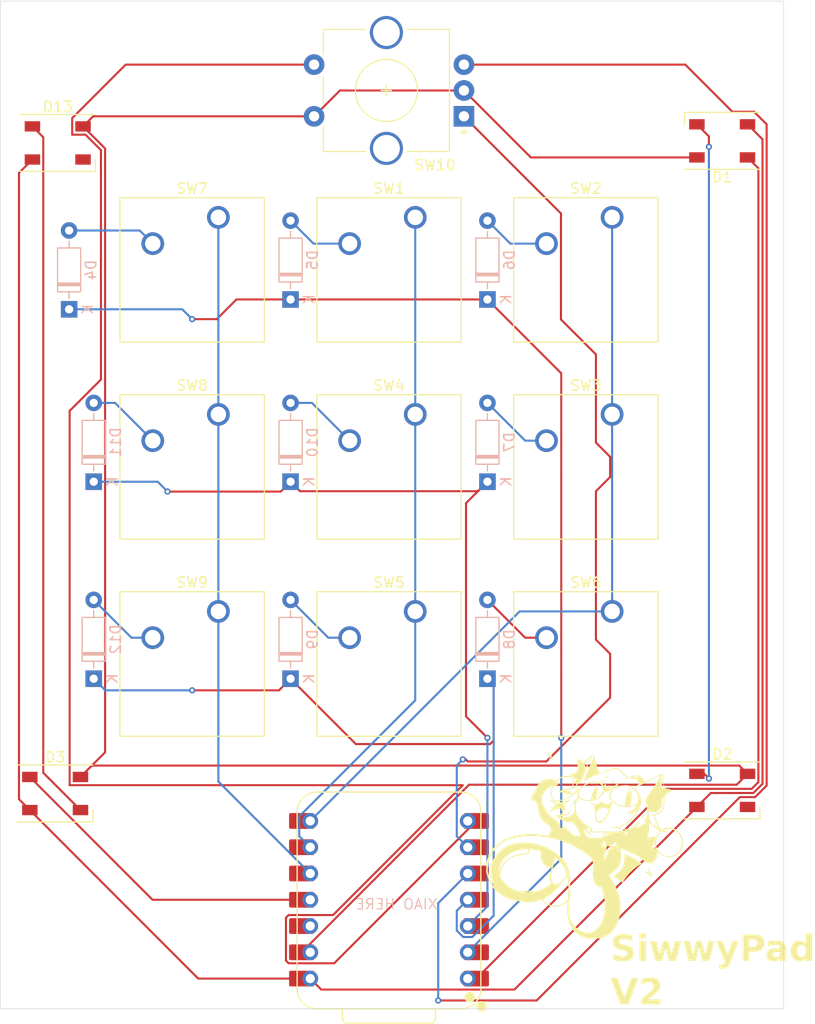
<source format=kicad_pcb>
(kicad_pcb (version 20240108) (generator "pcbnew") (generator_version "8.0")
  (layers (0 "F.Cu" signal) (31 "B.Cu" signal) (34 "B.Paste" user) (35 "F.Paste" user) (36 "B.SilkS" user "B.Silkscreen") (37 "F.SilkS" user "F.Silkscreen") (38 "B.Mask" user) (39 "F.Mask" user) (44 "Edge.Cuts" user))
  (net 0 "")
  (net 1 "Net-(D1-VDD)")
  (net 2 "GND")
  (net 3 "+5V")
  (net 4 "Net-(D1-VSS)")
  (net 5 "Net-(U1-GPIO2{slash}SCK)")
  (net 6 "Net-(U1-GPIO4{slash}MISO)")
  (net 7 "Net-(U1-GPIO1{slash}RX)")
  (net 8 "Net-(D13-VDD)")
  (net 10 "Net-(D5-A)")
  (net 11 "Net-(D6-A)")
  (net 12 "Net-(D7-A)")
  (net 13 "Net-(D10-A)")
  (net 14 "Net-(D9-A)")
  (net 15 "Net-(D8-A)")
  (net 16 "Net-(D10-K)")
  (net 17 "Net-(D12-K)")
  (net 18 "Net-(D4-K)")
  (net 19 "Net-(D4-A)")
  (net 20 "Net-(D11-A)")
  (net 21 "Net-(D12-A)")
  (net 22 "Net-(U1-GPIO0{slash}TX)")
  (net 24 "Net-(U1-GPIO7{slash}SCL)")
  (net 25 "Net-(U1-GPIO6{slash}SDA)")
  (net 27 "Net-(D3-VDD)")
  (footprint "Button_Switch_Keyboard:SW_Cherry_MX_1.00u_PCB" (layer "F.Cu") (at 166.84625 109.22)
    (property "Reference" "SW6" (at -2.54 -2.794 0) (layer "F.SilkS"))
    (property "Value" "SW_Push")
    (pad "" np_thru_hole circle (at -7.62 5.08) (size 1.7 1.7) (drill 1.7) (layers "*.Cu" "*.Mask"))
    (pad "" np_thru_hole circle (at -2.54 5.08) (size 4 4) (drill 4) (layers "*.Cu" "*.Mask"))
    (pad "" np_thru_hole circle (at 2.54 5.08) (size 1.7 1.7) (drill 1.7) (layers "*.Cu" "*.Mask"))
    (pad "1" thru_hole circle (at 0 0) (size 2.2 2.2) (drill 1.5) (layers "*.Cu" "*.Mask") (net 7 "Net-(U1-GPIO1{slash}RX)"))
    (pad "2" thru_hole circle (at -6.35 2.54) (size 2.2 2.2) (drill 1.5) (layers "*.Cu" "*.Mask") (net 15 "Net-(D8-A)"))
  )
  (footprint "LOGO" (layer "F.Cu") (at 164.30625 130.96875)
    (property "Reference" "G***" (hide yes))
    (property "Value" "LOGO" (hide yes))
  )
  (footprint "Button_Switch_Keyboard:SW_Cherry_MX_1.00u_PCB" (layer "F.Cu") (at 128.74625 71.12)
    (property "Reference" "SW7" (at -2.54 -2.794 0) (layer "F.SilkS"))
    (property "Value" "SW_Push")
    (pad "" np_thru_hole circle (at -7.62 5.08) (size 1.7 1.7) (drill 1.7) (layers "*.Cu" "*.Mask"))
    (pad "" np_thru_hole circle (at -2.54 5.08) (size 4 4) (drill 4) (layers "*.Cu" "*.Mask"))
    (pad "" np_thru_hole circle (at 2.54 5.08) (size 1.7 1.7) (drill 1.7) (layers "*.Cu" "*.Mask"))
    (pad "1" thru_hole circle (at 0 0) (size 2.2 2.2) (drill 1.5) (layers "*.Cu" "*.Mask") (net 6 "Net-(U1-GPIO4{slash}MISO)"))
    (pad "2" thru_hole circle (at -6.35 2.54) (size 2.2 2.2) (drill 1.5) (layers "*.Cu" "*.Mask") (net 19 "Net-(D4-A)"))
  )
  (footprint "Button_Switch_Keyboard:SW_Cherry_MX_1.00u_PCB" (layer "F.Cu") (at 166.84625 90.17)
    (property "Reference" "SW3" (at -2.54 -2.794 0) (layer "F.SilkS"))
    (property "Value" "SW_Push")
    (pad "" np_thru_hole circle (at -7.62 5.08) (size 1.7 1.7) (drill 1.7) (layers "*.Cu" "*.Mask"))
    (pad "" np_thru_hole circle (at -2.54 5.08) (size 4 4) (drill 4) (layers "*.Cu" "*.Mask"))
    (pad "" np_thru_hole circle (at 2.54 5.08) (size 1.7 1.7) (drill 1.7) (layers "*.Cu" "*.Mask"))
    (pad "1" thru_hole circle (at 0 0) (size 2.2 2.2) (drill 1.5) (layers "*.Cu" "*.Mask") (net 7 "Net-(U1-GPIO1{slash}RX)"))
    (pad "2" thru_hole circle (at -6.35 2.54) (size 2.2 2.2) (drill 1.5) (layers "*.Cu" "*.Mask") (net 12 "Net-(D7-A)"))
  )
  (footprint "Button_Switch_Keyboard:SW_Cherry_MX_1.00u_PCB" (layer "F.Cu") (at 128.74625 90.17)
    (property "Reference" "SW8" (at -2.54 -2.794 0) (layer "F.SilkS"))
    (property "Value" "SW_Push")
    (pad "" np_thru_hole circle (at -7.62 5.08) (size 1.7 1.7) (drill 1.7) (layers "*.Cu" "*.Mask"))
    (pad "" np_thru_hole circle (at -2.54 5.08) (size 4 4) (drill 4) (layers "*.Cu" "*.Mask"))
    (pad "" np_thru_hole circle (at 2.54 5.08) (size 1.7 1.7) (drill 1.7) (layers "*.Cu" "*.Mask"))
    (pad "1" thru_hole circle (at 0 0) (size 2.2 2.2) (drill 1.5) (layers "*.Cu" "*.Mask") (net 6 "Net-(U1-GPIO4{slash}MISO)"))
    (pad "2" thru_hole circle (at -6.35 2.54) (size 2.2 2.2) (drill 1.5) (layers "*.Cu" "*.Mask") (net 20 "Net-(D11-A)"))
  )
  (footprint "Button_Switch_Keyboard:SW_Cherry_MX_1.00u_PCB" (layer "F.Cu") (at 166.84625 71.12)
    (property "Reference" "SW2" (at -2.54 -2.794 0) (layer "F.SilkS"))
    (property "Value" "SW_Push")
    (pad "" np_thru_hole circle (at -7.62 5.08) (size 1.7 1.7) (drill 1.7) (layers "*.Cu" "*.Mask"))
    (pad "" np_thru_hole circle (at -2.54 5.08) (size 4 4) (drill 4) (layers "*.Cu" "*.Mask"))
    (pad "" np_thru_hole circle (at 2.54 5.08) (size 1.7 1.7) (drill 1.7) (layers "*.Cu" "*.Mask"))
    (pad "1" thru_hole circle (at 0 0) (size 2.2 2.2) (drill 1.5) (layers "*.Cu" "*.Mask") (net 7 "Net-(U1-GPIO1{slash}RX)"))
    (pad "2" thru_hole circle (at -6.35 2.54) (size 2.2 2.2) (drill 1.5) (layers "*.Cu" "*.Mask") (net 11 "Net-(D6-A)"))
  )
  (footprint "Button_Switch_Keyboard:SW_Cherry_MX_1.00u_PCB" (layer "F.Cu") (at 128.74625 109.22)
    (property "Reference" "SW9" (at -2.54 -2.794 0) (layer "F.SilkS"))
    (property "Value" "SW_Push")
    (pad "" np_thru_hole circle (at -7.62 5.08) (size 1.7 1.7) (drill 1.7) (layers "*.Cu" "*.Mask"))
    (pad "" np_thru_hole circle (at -2.54 5.08) (size 4 4) (drill 4) (layers "*.Cu" "*.Mask"))
    (pad "" np_thru_hole circle (at 2.54 5.08) (size 1.7 1.7) (drill 1.7) (layers "*.Cu" "*.Mask"))
    (pad "1" thru_hole circle (at 0 0) (size 2.2 2.2) (drill 1.5) (layers "*.Cu" "*.Mask") (net 6 "Net-(U1-GPIO4{slash}MISO)"))
    (pad "2" thru_hole circle (at -6.35 2.54) (size 2.2 2.2) (drill 1.5) (layers "*.Cu" "*.Mask") (net 21 "Net-(D12-A)"))
  )
  (footprint "LED_SMD:LED_SK6812_PLCC4_5.0x5.0mm_P3.2mm" (layer "F.Cu") (at 177.5 63.725 180)
    (property "Reference" "D1" (at 0 -3.5 0) (layer "F.SilkS"))
    (property "Value" "SK6812" (hide yes))
    (pad "1" smd rect (at 2.45 1.6 180) (size 1.5 1) (layers "F.Cu" "F.Paste" "F.Mask") (net 4 "Net-(D1-VSS)"))
    (pad "2" smd rect (at 2.45 -1.6 180) (size 1.5 1) (layers "F.Cu" "F.Paste" "F.Mask") (net 2 "GND"))
    (pad "3" smd rect (at -2.45 -1.6 180) (size 1.5 1) (layers "F.Cu" "F.Paste" "F.Mask") (net 1 "Net-(D1-VDD)"))
    (pad "4" smd rect (at -2.45 1.6 180) (size 1.5 1) (layers "F.Cu" "F.Paste" "F.Mask") (net 3 "+5V"))
  )
  (footprint "Button_Switch_Keyboard:SW_Cherry_MX_1.00u_PCB" (layer "F.Cu") (at 147.79625 71.12)
    (property "Reference" "SW1" (at -2.54 -2.794 0) (layer "F.SilkS"))
    (property "Value" "SW_Push")
    (pad "" np_thru_hole circle (at -7.62 5.08) (size 1.7 1.7) (drill 1.7) (layers "*.Cu" "*.Mask"))
    (pad "" np_thru_hole circle (at -2.54 5.08) (size 4 4) (drill 4) (layers "*.Cu" "*.Mask"))
    (pad "" np_thru_hole circle (at 2.54 5.08) (size 1.7 1.7) (drill 1.7) (layers "*.Cu" "*.Mask"))
    (pad "1" thru_hole circle (at 0 0) (size 2.2 2.2) (drill 1.5) (layers "*.Cu" "*.Mask") (net 5 "Net-(U1-GPIO2{slash}SCK)"))
    (pad "2" thru_hole circle (at -6.35 2.54) (size 2.2 2.2) (drill 1.5) (layers "*.Cu" "*.Mask") (net 10 "Net-(D5-A)"))
  )
  (footprint "LED_SMD:LED_SK6812_PLCC4_5.0x5.0mm_P3.2mm" (layer "F.Cu") (at 112.95 126.825)
    (property "Reference" "D3" (at 0 -3.5 0) (layer "F.SilkS"))
    (property "Value" "SK6812")
    (pad "1" smd rect (at 2.45 1.6) (size 1.5 1) (layers "F.Cu" "F.Paste" "F.Mask") (net 8 "Net-(D13-VDD)"))
    (pad "2" smd rect (at 2.45 -1.6) (size 1.5 1) (layers "F.Cu" "F.Paste" "F.Mask") (net 2 "GND"))
    (pad "3" smd rect (at -2.45 -1.6) (size 1.5 1) (layers "F.Cu" "F.Paste" "F.Mask") (net 27 "Net-(D3-VDD)"))
    (pad "4" smd rect (at -2.45 1.6) (size 1.5 1) (layers "F.Cu" "F.Paste" "F.Mask") (net 3 "+5V"))
  )
  (footprint "Seeed Studio XIAO Series Library:XIAO-RP2040-DIP" (layer "F.Cu") (at 145.25625 137.1 180)
    (property "Reference" "U1" (hide yes))
    (property "Value" "XIAO-RP2040-DIP")
    (pad "1" smd roundrect (at -8.455 -7.62) (size 2.432 1.524) (layers "F.Cu" "F.Mask") (roundrect_rratio 0.1) (net 1 "Net-(D1-VDD)"))
    (pad "1" thru_hole circle (at -7.62 -7.62) (size 1.524 1.524) (drill 0.889) (layers "*.Cu" "*.Mask") (net 1 "Net-(D1-VDD)"))
    (pad "2" smd roundrect (at -8.455 -5.08) (size 2.432 1.524) (layers "F.Cu" "F.Mask") (roundrect_rratio 0.1) (net 18 "Net-(D4-K)"))
    (pad "2" thru_hole circle (at -7.62 -5.08) (size 1.524 1.524) (drill 0.889) (layers "*.Cu" "*.Mask") (net 18 "Net-(D4-K)"))
    (pad "3" smd roundrect (at -8.455 -2.54) (size 2.432 1.524) (layers "F.Cu" "F.Mask") (roundrect_rratio 0.1) (net 16 "Net-(D10-K)"))
    (pad "3" thru_hole circle (at -7.62 -2.54) (size 1.524 1.524) (drill 0.889) (layers "*.Cu" "*.Mask") (net 16 "Net-(D10-K)"))
    (pad "4" smd roundrect (at -8.455 0) (size 2.432 1.524) (layers "F.Cu" "F.Mask") (roundrect_rratio 0.1) (net 17 "Net-(D12-K)"))
    (pad "4" thru_hole circle (at -7.62 0) (size 1.524 1.524) (drill 0.889) (layers "*.Cu" "*.Mask") (net 17 "Net-(D12-K)"))
    (pad "5" smd roundrect (at -8.455 2.54) (size 2.432 1.524) (layers "F.Cu" "F.Mask") (roundrect_rratio 0.1) (net 25 "Net-(U1-GPIO6{slash}SDA)"))
    (pad "5" thru_hole circle (at -7.62 2.54) (size 1.524 1.524) (drill 0.889) (layers "*.Cu" "*.Mask") (net 25 "Net-(U1-GPIO6{slash}SDA)"))
    (pad "6" smd roundrect (at -8.455 5.08) (size 2.432 1.524) (layers "F.Cu" "F.Mask") (roundrect_rratio 0.1) (net 24 "Net-(U1-GPIO7{slash}SCL)"))
    (pad "6" thru_hole circle (at -7.62 5.08) (size 1.524 1.524) (drill 0.889) (layers "*.Cu" "*.Mask") (net 24 "Net-(U1-GPIO7{slash}SCL)"))
    (pad "7" smd roundrect (at -8.455 7.62) (size 2.432 1.524) (layers "F.Cu" "F.Mask") (roundrect_rratio 0.1) (net 22 "Net-(U1-GPIO0{slash}TX)"))
    (pad "7" thru_hole circle (at -7.62 7.62) (size 1.524 1.524) (drill 0.889) (layers "*.Cu" "*.Mask") (net 22 "Net-(U1-GPIO0{slash}TX)"))
    (pad "8" thru_hole circle (at 7.62 7.62 180) (size 1.524 1.524) (drill 0.889) (layers "*.Cu" "*.Mask") (net 7 "Net-(U1-GPIO1{slash}RX)"))
    (pad "8" smd roundrect (at 8.455 7.62 180) (size 2.432 1.524) (layers "F.Cu" "F.Mask") (roundrect_rratio 0.1) (net 7 "Net-(U1-GPIO1{slash}RX)"))
    (pad "9" thru_hole circle (at 7.62 5.08 180) (size 1.524 1.524) (drill 0.889) (layers "*.Cu" "*.Mask") (net 5 "Net-(U1-GPIO2{slash}SCK)"))
    (pad "9" smd roundrect (at 8.455 5.08 180) (size 2.432 1.524) (layers "F.Cu" "F.Mask") (roundrect_rratio 0.1) (net 5 "Net-(U1-GPIO2{slash}SCK)"))
    (pad "10" thru_hole circle (at 7.62 2.54 180) (size 1.524 1.524) (drill 0.889) (layers "*.Cu" "*.Mask") (net 6 "Net-(U1-GPIO4{slash}MISO)"))
    (pad "10" smd roundrect (at 8.455 2.54 180) (size 2.432 1.524) (layers "F.Cu" "F.Mask") (roundrect_rratio 0.1) (net 6 "Net-(U1-GPIO4{slash}MISO)"))
    (pad "11" thru_hole circle (at 7.62 0 180) (size 1.524 1.524) (drill 0.889) (layers "*.Cu" "*.Mask") (net 27 "Net-(D3-VDD)"))
    (pad "11" smd roundrect (at 8.455 0 180) (size 2.432 1.524) (layers "F.Cu" "F.Mask") (roundrect_rratio 0.1) (net 27 "Net-(D3-VDD)"))
    (pad "12" thru_hole circle (at 7.62 -2.54 180) (size 1.524 1.524) (drill 0.889) (layers "*.Cu" "*.Mask"))
    (pad "12" smd roundrect (at 8.455 -2.54 180) (size 2.432 1.524) (layers "F.Cu" "F.Mask") (roundrect_rratio 0.1))
    (pad "13" thru_hole circle (at 7.62 -5.08 180) (size 1.524 1.524) (drill 0.889) (layers "*.Cu" "*.Mask") (net 2 "GND"))
    (pad "13" smd roundrect (at 8.455 -5.08 180) (size 2.432 1.524) (layers "F.Cu" "F.Mask") (roundrect_rratio 0.1) (net 2 "GND"))
    (pad "14" thru_hole circle (at 7.62 -7.62 180) (size 1.524 1.524) (drill 0.889) (layers "*.Cu" "*.Mask") (net 3 "+5V"))
    (pad "14" smd roundrect (at 8.455 -7.62 180) (size 2.432 1.524) (layers "F.Cu" "F.Mask") (roundrect_rratio 0.1) (net 3 "+5V"))
  )
  (footprint "Button_Switch_Keyboard:SW_Cherry_MX_1.00u_PCB" (layer "F.Cu") (at 147.79625 90.17)
    (property "Reference" "SW4" (at -2.54 -2.794 0) (layer "F.SilkS"))
    (property "Value" "SW_Push")
    (pad "" np_thru_hole circle (at -7.62 5.08) (size 1.7 1.7) (drill 1.7) (layers "*.Cu" "*.Mask"))
    (pad "" np_thru_hole circle (at -2.54 5.08) (size 4 4) (drill 4) (layers "*.Cu" "*.Mask"))
    (pad "" np_thru_hole circle (at 2.54 5.08) (size 1.7 1.7) (drill 1.7) (layers "*.Cu" "*.Mask"))
    (pad "1" thru_hole circle (at 0 0) (size 2.2 2.2) (drill 1.5) (layers "*.Cu" "*.Mask") (net 5 "Net-(U1-GPIO2{slash}SCK)"))
    (pad "2" thru_hole circle (at -6.35 2.54) (size 2.2 2.2) (drill 1.5) (layers "*.Cu" "*.Mask") (net 13 "Net-(D10-A)"))
  )
  (footprint "LED_SMD:LED_SK6812_PLCC4_5.0x5.0mm_P3.2mm" (layer "F.Cu") (at 177.5 126.525)
    (property "Reference" "D2" (at 0 -3.5 0) (layer "F.SilkS"))
    (property "Value" "SK6812")
    (pad "1" smd rect (at 2.45 1.6) (size 1.5 1) (layers "F.Cu" "F.Paste" "F.Mask"))
    (pad "2" smd rect (at 2.45 -1.6) (size 1.5 1) (layers "F.Cu" "F.Paste" "F.Mask") (net 2 "GND"))
    (pad "3" smd rect (at -2.45 -1.6) (size 1.5 1) (layers "F.Cu" "F.Paste" "F.Mask") (net 4 "Net-(D1-VSS)"))
    (pad "4" smd rect (at -2.45 1.6) (size 1.5 1) (layers "F.Cu" "F.Paste" "F.Mask") (net 3 "+5V"))
  )
  (footprint "Rotary_Encoder:RotaryEncoder_Alps_EC11E-Switch_Vertical_H20mm_CircularMountingHoles" (layer "F.Cu") (at 152.50625 61.352354 180)
    (property "Reference" "SW10" (at 2.8 -4.7 0) (layer "F.SilkS"))
    (property "Value" "RotaryEncoder_Switch")
    (pad "A" thru_hole rect (at 0 0 180) (size 2 2) (drill 1) (layers "*.Cu" "*.Mask") (net 24 "Net-(U1-GPIO7{slash}SCL)"))
    (pad "B" thru_hole circle (at 0 5 180) (size 2 2) (drill 1) (layers "*.Cu" "*.Mask") (net 25 "Net-(U1-GPIO6{slash}SDA)"))
    (pad "C" thru_hole circle (at 0 2.5 180) (size 2 2) (drill 1) (layers "*.Cu" "*.Mask") (net 2 "GND"))
    (pad "MP" thru_hole circle (at 7.5 -3.1 180) (size 3.2 3.2) (drill 2.6) (layers "*.Cu" "*.Mask"))
    (pad "MP" thru_hole circle (at 7.5 8.1 180) (size 3.2 3.2) (drill 2.6) (layers "*.Cu" "*.Mask"))
    (pad "S1" thru_hole circle (at 14.5 5 180) (size 2 2) (drill 1) (layers "*.Cu" "*.Mask") (net 22 "Net-(U1-GPIO0{slash}TX)"))
    (pad "S2" thru_hole circle (at 14.5 0 180) (size 2 2) (drill 1) (layers "*.Cu" "*.Mask") (net 2 "GND"))
  )
  (footprint "LED_SMD:LED_SK6812_PLCC4_5.0x5.0mm_P3.2mm" (layer "F.Cu") (at 113.2 63.925)
    (property "Reference" "D13" (at 0 -3.5 0) (layer "F.SilkS"))
    (property "Value" "SK6812")
    (pad "1" smd rect (at 2.45 1.6) (size 1.5 1) (layers "F.Cu" "F.Paste" "F.Mask"))
    (pad "2" smd rect (at 2.45 -1.6) (size 1.5 1) (layers "F.Cu" "F.Paste" "F.Mask") (net 2 "GND"))
    (pad "3" smd rect (at -2.45 -1.6) (size 1.5 1) (layers "F.Cu" "F.Paste" "F.Mask") (net 8 "Net-(D13-VDD)"))
    (pad "4" smd rect (at -2.45 1.6) (size 1.5 1) (layers "F.Cu" "F.Paste" "F.Mask") (net 3 "+5V"))
  )
  (footprint "Button_Switch_Keyboard:SW_Cherry_MX_1.00u_PCB" (layer "F.Cu") (at 147.79625 109.22)
    (property "Reference" "SW5" (at -2.54 -2.794 0) (layer "F.SilkS"))
    (property "Value" "SW_Push")
    (pad "" np_thru_hole circle (at -7.62 5.08) (size 1.7 1.7) (drill 1.7) (layers "*.Cu" "*.Mask"))
    (pad "" np_thru_hole circle (at -2.54 5.08) (size 4 4) (drill 4) (layers "*.Cu" "*.Mask"))
    (pad "" np_thru_hole circle (at 2.54 5.08) (size 1.7 1.7) (drill 1.7) (layers "*.Cu" "*.Mask"))
    (pad "1" thru_hole circle (at 0 0) (size 2.2 2.2) (drill 1.5) (layers "*.Cu" "*.Mask") (net 5 "Net-(U1-GPIO2{slash}SCK)"))
    (pad "2" thru_hole circle (at -6.35 2.54) (size 2.2 2.2) (drill 1.5) (layers "*.Cu" "*.Mask") (net 14 "Net-(D9-A)"))
  )
  (footprint "Diode_THT:D_DO-35_SOD27_P7.62mm_Horizontal" (layer "B.Cu") (at 154.78125 79.0575 90)
    (property "Reference" "D6" (at 3.81 2.12 90) (layer "B.SilkS") (effects (justify mirror)))
    (property "Value" "D")
    (fp_text user "K" (at 0 1.8 90) (layer "B.SilkS") (effects (justify mirror)))
    (pad "1" thru_hole rect (at 0 0 90) (size 1.6 1.6) (drill 0.8) (layers "*.Cu" "*.Mask") (net 18 "Net-(D4-K)"))
    (pad "2" thru_hole oval (at 7.62 0 90) (size 1.6 1.6) (drill 0.8) (layers "*.Cu" "*.Mask") (net 11 "Net-(D6-A)"))
  )
  (footprint "Diode_THT:D_DO-35_SOD27_P7.62mm_Horizontal" (layer "B.Cu") (at 116.68125 96.67875 90)
    (property "Reference" "D11" (at 3.81 2.12 90) (layer "B.SilkS") (effects (justify mirror)))
    (property "Value" "D")
    (fp_text user "K" (at 0 1.8 90) (layer "B.SilkS") (effects (justify mirror)))
    (pad "1" thru_hole rect (at 0 0 90) (size 1.6 1.6) (drill 0.8) (layers "*.Cu" "*.Mask") (net 16 "Net-(D10-K)"))
    (pad "2" thru_hole oval (at 7.62 0 90) (size 1.6 1.6) (drill 0.8) (layers "*.Cu" "*.Mask") (net 20 "Net-(D11-A)"))
  )
  (footprint "Diode_THT:D_DO-35_SOD27_P7.62mm_Horizontal" (layer "B.Cu") (at 135.73125 79.0575 90)
    (property "Reference" "D5" (at 3.81 2.12 90) (layer "B.SilkS") (effects (justify mirror)))
    (property "Value" "D")
    (fp_text user "K" (at 0 1.8 90) (layer "B.SilkS") (effects (justify mirror)))
    (pad "1" thru_hole rect (at 0 0 90) (size 1.6 1.6) (drill 0.8) (layers "*.Cu" "*.Mask") (net 18 "Net-(D4-K)"))
    (pad "2" thru_hole oval (at 7.62 0 90) (size 1.6 1.6) (drill 0.8) (layers "*.Cu" "*.Mask") (net 10 "Net-(D5-A)"))
  )
  (footprint "Diode_THT:D_DO-35_SOD27_P7.62mm_Horizontal" (layer "B.Cu") (at 135.73125 96.67875 90)
    (property "Reference" "D10" (at 3.81 2.12 90) (layer "B.SilkS") (effects (justify mirror)))
    (property "Value" "D")
    (fp_text user "K" (at 0 1.8 90) (layer "B.SilkS") (effects (justify mirror)))
    (pad "1" thru_hole rect (at 0 0 90) (size 1.6 1.6) (drill 0.8) (layers "*.Cu" "*.Mask") (net 16 "Net-(D10-K)"))
    (pad "2" thru_hole oval (at 7.62 0 90) (size 1.6 1.6) (drill 0.8) (layers "*.Cu" "*.Mask") (net 13 "Net-(D10-A)"))
  )
  (footprint "Diode_THT:D_DO-35_SOD27_P7.62mm_Horizontal" (layer "B.Cu") (at 135.73125 115.72875 90)
    (property "Reference" "D9" (at 3.81 2.12 90) (layer "B.SilkS") (effects (justify mirror)))
    (property "Value" "D")
    (fp_text user "K" (at 0 1.8 90) (layer "B.SilkS") (effects (justify mirror)))
    (pad "1" thru_hole rect (at 0 0 90) (size 1.6 1.6) (drill 0.8) (layers "*.Cu" "*.Mask") (net 17 "Net-(D12-K)"))
    (pad "2" thru_hole oval (at 7.62 0 90) (size 1.6 1.6) (drill 0.8) (layers "*.Cu" "*.Mask") (net 14 "Net-(D9-A)"))
  )
  (footprint "Diode_THT:D_DO-35_SOD27_P7.62mm_Horizontal" (layer "B.Cu") (at 114.3 80.01 90)
    (property "Reference" "D4" (at 3.81 2.12 90) (layer "B.SilkS") (effects (justify mirror)))
    (property "Value" "D")
    (fp_text user "K" (at 0 1.8 90) (layer "B.SilkS") (effects (justify mirror)))
    (pad "1" thru_hole rect (at 0 0 90) (size 1.6 1.6) (drill 0.8) (layers "*.Cu" "*.Mask") (net 18 "Net-(D4-K)"))
    (pad "2" thru_hole oval (at 7.62 0 90) (size 1.6 1.6) (drill 0.8) (layers "*.Cu" "*.Mask") (net 19 "Net-(D4-A)"))
  )
  (footprint "Diode_THT:D_DO-35_SOD27_P7.62mm_Horizontal" (layer "B.Cu") (at 154.78125 96.67875 90)
    (property "Reference" "D7" (at 3.81 2.12 90) (layer "B.SilkS") (effects (justify mirror)))
    (property "Value" "D")
    (fp_text user "K" (at 0 1.8 90) (layer "B.SilkS") (effects (justify mirror)))
    (pad "1" thru_hole rect (at 0 0 90) (size 1.6 1.6) (drill 0.8) (layers "*.Cu" "*.Mask") (net 16 "Net-(D10-K)"))
    (pad "2" thru_hole oval (at 7.62 0 90) (size 1.6 1.6) (drill 0.8) (layers "*.Cu" "*.Mask") (net 12 "Net-(D7-A)"))
  )
  (footprint "Diode_THT:D_DO-35_SOD27_P7.62mm_Horizontal" (layer "B.Cu") (at 116.68125 115.72875 90)
    (property "Reference" "D12" (at 3.81 2.12 90) (layer "B.SilkS") (effects (justify mirror)))
    (property "Value" "D")
    (fp_text user "K" (at 0 1.8 90) (layer "B.SilkS") (effects (justify mirror)))
    (pad "1" thru_hole rect (at 0 0 90) (size 1.6 1.6) (drill 0.8) (layers "*.Cu" "*.Mask") (net 17 "Net-(D12-K)"))
    (pad "2" thru_hole oval (at 7.62 0 90) (size 1.6 1.6) (drill 0.8) (layers "*.Cu" "*.Mask") (net 21 "Net-(D12-A)"))
  )
  (footprint "Diode_THT:D_DO-35_SOD27_P7.62mm_Horizontal" (layer "B.Cu") (at 154.78125 115.72875 90)
    (property "Reference" "D8" (at 3.81 2.12 90) (layer "B.SilkS") (effects (justify mirror)))
    (property "Value" "D")
    (fp_text user "K" (at 0 1.8 90) (layer "B.SilkS") (effects (justify mirror)))
    (pad "1" thru_hole rect (at 0 0 90) (size 1.6 1.6) (drill 0.8) (layers "*.Cu" "*.Mask") (net 17 "Net-(D12-K)"))
    (pad "2" thru_hole oval (at 7.62 0 90) (size 1.6 1.6) (drill 0.8) (layers "*.Cu" "*.Mask") (net 15 "Net-(D8-A)"))
  )
  (gr_rect (start 107.6375 50.2125) (end 183.440622 147.6375) (stroke (width 0.05)) (fill none) (layer "Edge.Cuts"))
  (gr_text "XIAO HERE\n" (at 150.01875 138.1125 0) (layer "B.SilkS") (effects (font (size 1 1) (thickness 0.1)) (justify left bottom mirror)))
  (gr_text "SiwwyPad\nV2\n" (at 166.6875 147.6375 0) (layer "F.SilkS") (effects (font (size 2.5 2.5) (thickness 0.2) (bold yes)) (justify left bottom)))
  (segment (start 172.05625 126.375) (end 153.71125 144.72) (width 0.2) (layer "F.Cu") (net 1))
  (segment (start 181 66.375) (end 181 125.725) (width 0.2) (layer "F.Cu") (net 1))
  (segment (start 181 125.725) (end 180.35 126.375) (width 0.2) (layer "F.Cu") (net 1))
  (segment (start 180.35 126.375) (end 172.05625 126.375) (width 0.2) (layer "F.Cu") (net 1))
  (segment (start 153.71125 144.72) (end 152.87625 144.72) (width 0.2) (layer "F.Cu") (net 1))
  (segment (start 179.95 65.325) (end 181 66.375) (width 0.2) (layer "F.Cu") (net 1))
  (segment (start 115.4 125.225) (end 116.5 124.125) (width 0.2) (layer "F.Cu") (net 2))
  (segment (start 179.15 124.125) (end 179.95 124.925) (width 0.2) (layer "F.Cu") (net 2))
  (segment (start 179.95 124.925) (end 178.9 125.975) (width 0.2) (layer "F.Cu") (net 2))
  (segment (start 115.65 62.325) (end 117.78125 64.45625) (width 0.2) (layer "F.Cu") (net 2))
  (segment (start 152.50625 58.852354) (end 140.50625 58.852354) (width 0.2) (layer "F.Cu") (net 2))
  (segment (start 178.9 125.975) (end 153.00625 125.975) (width 0.2) (layer "F.Cu") (net 2))
  (segment (start 116.5 124.125) (end 179.15 124.125) (width 0.2) (layer "F.Cu") (net 2))
  (segment (start 117.78125 122.84375) (end 115.4 125.225) (width 0.2) (layer "F.Cu") (net 2))
  (segment (start 158.978896 65.325) (end 152.50625 58.852354) (width 0.2) (layer "F.Cu") (net 2))
  (segment (start 175.05 65.325) (end 158.978896 65.325) (width 0.2) (layer "F.Cu") (net 2))
  (segment (start 116.622646 61.352354) (end 115.65 62.325) (width 0.2) (layer "F.Cu") (net 2))
  (segment (start 140.50625 58.852354) (end 138.00625 61.352354) (width 0.2) (layer "F.Cu") (net 2))
  (segment (start 153.00625 125.975) (end 136.80125 142.18) (width 0.2) (layer "F.Cu") (net 2))
  (segment (start 138.00625 61.352354) (end 116.622646 61.352354) (width 0.2) (layer "F.Cu") (net 2))
  (segment (start 117.78125 64.45625) (end 117.78125 122.84375) (width 0.2) (layer "F.Cu") (net 2))
  (segment (start 138.69825 145.782) (end 137.63625 144.72) (width 0.2) (layer "F.Cu") (net 3))
  (segment (start 181.4 63.575) (end 181.4 125.890686) (width 0.2) (layer "F.Cu") (net 3))
  (segment (start 109.45 127.375) (end 110.5 128.425) (width 0.2) (layer "F.Cu") (net 3))
  (segment (start 110.75 65.525) (end 109.45 66.825) (width 0.2) (layer "F.Cu") (net 3))
  (segment (start 180.515686 126.775) (end 176.4 126.775) (width 0.2) (layer "F.Cu") (net 3))
  (segment (start 175.05 128.125) (end 157.393 145.782) (width 0.2) (layer "F.Cu") (net 3))
  (segment (start 126.795 144.72) (end 137.63625 144.72) (width 0.2) (layer "F.Cu") (net 3))
  (segment (start 176.4 126.775) (end 175.05 128.125) (width 0.2) (layer "F.Cu") (net 3))
  (segment (start 181.4 125.890686) (end 180.515686 126.775) (width 0.2) (layer "F.Cu") (net 3))
  (segment (start 179.95 62.125) (end 181.4 63.575) (width 0.2) (layer "F.Cu") (net 3))
  (segment (start 157.393 145.782) (end 138.69825 145.782) (width 0.2) (layer "F.Cu") (net 3))
  (segment (start 110.5 128.425) (end 126.795 144.72) (width 0.2) (layer "F.Cu") (net 3))
  (segment (start 109.45 66.825) (end 109.45 127.375) (width 0.2) (layer "F.Cu") (net 3))
  (segment (start 176.2125 64.29375) (end 176.2125 63.2875) (width 0.2) (layer "F.Cu") (net 4))
  (segment (start 175.7625 124.925) (end 176.2125 125.375) (width 0.2) (layer "F.Cu") (net 4))
  (segment (start 176.2125 63.2875) (end 175.05 62.125) (width 0.2) (layer "F.Cu") (net 4))
  (segment (start 175.05 124.925) (end 175.7625 124.925) (width 0.2) (layer "F.Cu") (net 4))
  (via (at 176.2125 64.29375) (size 0.6) (drill 0.3) (layers "F.Cu" "B.Cu") (net 4))
  (via (at 176.2125 125.375) (size 0.6) (drill 0.3) (layers "F.Cu" "B.Cu") (net 4))
  (segment (start 176.2125 125.375) (end 176.2125 64.29375) (width 0.2) (layer "B.Cu") (net 4))
  (segment (start 147.79625 117.818105) (end 136.57425 129.040105) (width 0.2) (layer "B.Cu") (net 5))
  (segment (start 136.57425 129.040105) (end 136.57425 130.958) (width 0.2) (layer "B.Cu") (net 5))
  (segment (start 147.79625 90.17) (end 147.79625 109.22) (width 0.2) (layer "B.Cu") (net 5))
  (segment (start 136.57425 130.958) (end 137.63625 132.02) (width 0.2) (layer "B.Cu") (net 5))
  (segment (start 147.79625 109.22) (end 147.79625 117.818105) (width 0.2) (layer "B.Cu") (net 5))
  (segment (start 147.79625 71.12) (end 147.79625 90.17) (width 0.2) (layer "B.Cu") (net 5))
  (segment (start 128.74625 125.67) (end 128.74625 109.22) (width 0.2) (layer "B.Cu") (net 6))
  (segment (start 128.74625 71.12) (end 128.74625 90.17) (width 0.2) (layer "B.Cu") (net 6))
  (segment (start 137.63625 134.56) (end 128.74625 125.67) (width 0.2) (layer "B.Cu") (net 6))
  (segment (start 128.74625 109.22) (end 128.74625 90.17) (width 0.2) (layer "B.Cu") (net 6))
  (segment (start 157.89625 109.22) (end 137.63625 129.48) (width 0.2) (layer "B.Cu") (net 7))
  (segment (start 166.84625 71.12) (end 166.84625 90.17) (width 0.2) (layer "B.Cu") (net 7))
  (segment (start 166.84625 109.22) (end 166.84625 90.17) (width 0.2) (layer "B.Cu") (net 7))
  (segment (start 166.84625 109.22) (end 157.89625 109.22) (width 0.2) (layer "B.Cu") (net 7))
  (segment (start 111.8 124.825) (end 115.4 128.425) (width 0.2) (layer "F.Cu") (net 8))
  (segment (start 110.75 62.325) (end 111.8 63.375) (width 0.2) (layer "F.Cu") (net 8))
  (segment (start 111.8 63.375) (end 111.8 124.825) (width 0.2) (layer "F.Cu") (net 8))
  (segment (start 137.95375 73.66) (end 135.73125 71.4375) (width 0.2) (layer "B.Cu") (net 10))
  (segment (start 141.44625 73.66) (end 137.95375 73.66) (width 0.2) (layer "B.Cu") (net 10))
  (segment (start 157.00375 73.66) (end 154.78125 71.4375) (width 0.2) (layer "B.Cu") (net 11))
  (segment (start 160.49625 73.66) (end 157.00375 73.66) (width 0.2) (layer "B.Cu") (net 11))
  (segment (start 160.49625 92.71) (end 158.4325 92.71) (width 0.2) (layer "B.Cu") (net 12))
  (segment (start 158.4325 92.71) (end 154.78125 89.05875) (width 0.2) (layer "B.Cu") (net 12))
  (segment (start 135.73125 89.05875) (end 137.795 89.05875) (width 0.2) (layer "B.Cu") (net 13))
  (segment (start 137.795 89.05875) (end 141.44625 92.71) (width 0.2) (layer "B.Cu") (net 13))
  (segment (start 139.3825 111.76) (end 135.73125 108.10875) (width 0.2) (layer "B.Cu") (net 14))
  (segment (start 141.44625 111.76) (end 139.3825 111.76) (width 0.2) (layer "B.Cu") (net 14))
  (segment (start 158.4325 111.76) (end 154.78125 108.10875) (width 0.2) (layer "F.Cu") (net 15))
  (segment (start 160.49625 111.76) (end 158.4325 111.76) (width 0.2) (layer "F.Cu") (net 15))
  (segment (start 154.78125 96.67875) (end 153.86 97.6) (width 0.2) (layer "F.Cu") (net 16))
  (segment (start 153.86 97.6) (end 136.6525 97.6) (width 0.2) (layer "F.Cu") (net 16))
  (segment (start 136.6525 97.6) (end 135.73125 96.67875) (width 0.2) (layer "F.Cu") (net 16))
  (segment (start 123.825 97.63125) (end 134.77875 97.63125) (width 0.2) (layer "F.Cu") (net 16))
  (segment (start 152.710565 98.749435) (end 152.710565 119.373065) (width 0.2) (layer "F.Cu") (net 16))
  (segment (start 134.77875 97.63125) (end 135.73125 96.67875) (width 0.2) (layer "F.Cu") (net 16))
  (segment (start 152.710565 119.373065) (end 154.78125 121.44375) (width 0.2) (layer "F.Cu") (net 16))
  (segment (start 154.78125 96.67875) (end 152.710565 98.749435) (width 0.2) (layer "F.Cu") (net 16))
  (via (at 154.78125 121.44375) (size 0.6) (drill 0.3) (layers "F.Cu" "B.Cu") (net 16))
  (via (at 123.825 97.63125) (size 0.6) (drill 0.3) (layers "F.Cu" "B.Cu") (net 16))
  (segment (start 122.8725 96.67875) (end 123.825 97.63125) (width 0.2) (layer "B.Cu") (net 16))
  (segment (start 154.78125 121.44375) (end 154.78125 137.735) (width 0.2) (layer "B.Cu") (net 16))
  (segment (start 116.68125 96.67875) (end 122.8725 96.67875) (width 0.2) (layer "B.Cu") (net 16))
  (segment (start 154.78125 137.735) (end 152.87625 139.64) (width 0.2) (layer "B.Cu") (net 16))
  (segment (start 126.20625 116.85) (end 134.61 116.85) (width 0.2) (layer "F.Cu") (net 17))
  (segment (start 142.04625 122.04375) (end 155.029779 122.04375) (width 0.2) (layer "F.Cu") (net 17))
  (segment (start 155.38125 116.32875) (end 154.78125 115.72875) (width 0.2) (layer "F.Cu") (net 17))
  (segment (start 134.61 116.85) (end 135.73125 115.72875) (width 0.2) (layer "F.Cu") (net 17))
  (segment (start 135.73125 115.72875) (end 142.04625 122.04375) (width 0.2) (layer "F.Cu") (net 17))
  (segment (start 155.029779 122.04375) (end 155.38125 121.692279) (width 0.2) (layer "F.Cu") (net 17))
  (segment (start 155.38125 121.692279) (end 155.38125 116.32875) (width 0.2) (layer "F.Cu") (net 17))
  (via (at 126.20625 116.85) (size 0.6) (drill 0.3) (layers "F.Cu" "B.Cu") (net 17))
  (segment (start 117.8025 116.85) (end 126.20625 116.85) (width 0.2) (layer "B.Cu") (net 17))
  (segment (start 152.436355 140.702) (end 151.81425 140.079895) (width 0.2) (layer "B.Cu") (net 17))
  (segment (start 116.68125 115.72875) (end 117.8025 116.85) (width 0.2) (layer "B.Cu") (net 17))
  (segment (start 154.78125 115.72875) (end 155.38125 116.32875) (width 0.2) (layer "B.Cu") (net 17))
  (segment (start 155.38125 116.32875) (end 155.38125 138.636895) (width 0.2) (layer "B.Cu") (net 17))
  (segment (start 155.38125 138.636895) (end 153.316145 140.702) (width 0.2) (layer "B.Cu") (net 17))
  (segment (start 151.81425 138.162) (end 152.87625 137.1) (width 0.2) (layer "B.Cu") (net 17))
  (segment (start 151.81425 140.079895) (end 151.81425 138.162) (width 0.2) (layer "B.Cu") (net 17))
  (segment (start 153.316145 140.702) (end 152.436355 140.702) (width 0.2) (layer "B.Cu") (net 17))
  (segment (start 154.78125 79.0575) (end 161.925 86.20125) (width 0.2) (layer "F.Cu") (net 18))
  (segment (start 126.20625 80.9625) (end 128.5875 80.9625) (width 0.2) (layer "F.Cu") (net 18))
  (segment (start 128.5875 80.9625) (end 130.4925 79.0575) (width 0.2) (layer "F.Cu") (net 18))
  (segment (start 161.925 86.20125) (end 161.925 121.44375) (width 0.2) (layer "F.Cu") (net 18))
  (segment (start 130.4925 79.0575) (end 135.73125 79.0575) (width 0.2) (layer "F.Cu") (net 18))
  (segment (start 135.73125 79.0575) (end 154.78125 79.0575) (width 0.2) (layer "F.Cu") (net 18))
  (via (at 161.925 121.44375) (size 0.6) (drill 0.3) (layers "F.Cu" "B.Cu") (net 18))
  (via (at 126.20625 80.9625) (size 0.6) (drill 0.3) (layers "F.Cu" "B.Cu") (net 18))
  (segment (start 161.925 121.44375) (end 161.925 133.13125) (width 0.2) (layer "B.Cu") (net 18))
  (segment (start 114.3 80.01) (end 125.25375 80.01) (width 0.2) (layer "B.Cu") (net 18))
  (segment (start 125.25375 80.01) (end 126.20625 80.9625) (width 0.2) (layer "B.Cu") (net 18))
  (segment (start 161.925 133.13125) (end 152.87625 142.18) (width 0.2) (layer "B.Cu") (net 18))
  (segment (start 114.3 72.39) (end 121.12625 72.39) (width 0.2) (layer "B.Cu") (net 19))
  (segment (start 121.12625 72.39) (end 122.39625 73.66) (width 0.2) (layer "B.Cu") (net 19))
  (segment (start 116.68125 89.05875) (end 118.745 89.05875) (width 0.2) (layer "B.Cu") (net 20))
  (segment (start 118.745 89.05875) (end 122.39625 92.71) (width 0.2) (layer "B.Cu") (net 20))
  (segment (start 120.3325 111.76) (end 116.68125 108.10875) (width 0.2) (layer "B.Cu") (net 21))
  (segment (start 122.39625 111.76) (end 120.3325 111.76) (width 0.2) (layer "B.Cu") (net 21))
  (segment (start 135.546036 138.578) (end 135.28525 138.838786) (width 0.2) (layer "F.Cu") (net 22))
  (segment (start 117.38125 86.803115) (end 114.35 89.834365) (width 0.2) (layer "F.Cu") (net 22))
  (segment (start 115.884314 63.125) (end 117.38125 64.621936) (width 0.2) (layer "F.Cu") (net 22))
  (segment (start 114.35 89.834365) (end 114.35 126.025) (width 0.2) (layer "F.Cu") (net 22))
  (segment (start 152.390565 126.025) (end 139.837565 138.578) (width 0.2) (layer "F.Cu") (net 22))
  (segment (start 135.28525 142.981214) (end 135.546036 143.242) (width 0.2) (layer "F.Cu") (net 22))
  (segment (start 135.28525 138.838786) (end 135.28525 142.981214) (width 0.2) (layer "F.Cu") (net 22))
  (segment (start 139.94925 143.242) (end 153.71125 129.48) (width 0.2) (layer "F.Cu") (net 22))
  (segment (start 114.6 63.125) (end 115.884314 63.125) (width 0.2) (layer "F.Cu") (net 22))
  (segment (start 114.6 61.525) (end 114.6 63.125) (width 0.2) (layer "F.Cu") (net 22))
  (segment (start 135.546036 143.242) (end 139.94925 143.242) (width 0.2) (layer "F.Cu") (net 22))
  (segment (start 138.00625 56.352354) (end 119.772646 56.352354) (width 0.2) (layer "F.Cu") (net 22))
  (segment (start 119.772646 56.352354) (end 114.6 61.525) (width 0.2) (layer "F.Cu") (net 22))
  (segment (start 114.35 126.025) (end 152.390565 126.025) (width 0.2) (layer "F.Cu") (net 22))
  (segment (start 139.837565 138.578) (end 135.546036 138.578) (width 0.2) (layer "F.Cu") (net 22))
  (segment (start 117.38125 64.621936) (end 117.38125 86.803115) (width 0.2) (layer "F.Cu") (net 22))
  (segment (start 153.87075 129.48) (end 153.692267 129.48) (width 0.2) (layer "F.Cu") (net 22))
  (segment (start 166.65625 113.326598) (end 166.65625 117.561029) (width 0.2) (layer "F.Cu") (net 24))
  (segment (start 166.65625 96.223402) (end 165.279652 97.6) (width 0.2) (layer "F.Cu") (net 24))
  (segment (start 165.279652 97.6) (end 165.279652 111.95) (width 0.2) (layer "F.Cu") (net 24))
  (segment (start 161.89625 70.742354) (end 161.89625 80.99125) (width 0.2) (layer "F.Cu") (net 24))
  (segment (start 152.50625 61.352354) (end 161.89625 70.742354) (width 0.2) (layer "F.Cu") (net 24))
  (segment (start 166.65625 117.561029) (end 160.492279 123.725) (width 0.2) (layer "F.Cu") (net 24))
  (segment (start 165.279652 84.374652) (end 165.279652 92.9) (width 0.2) (layer "F.Cu") (net 24))
  (segment (start 161.89625 80.99125) (end 165.279652 84.374652) (width 0.2) (layer "F.Cu") (net 24))
  (segment (start 152.87625 123.725) (end 152.67625 123.525) (width 0.2) (layer "F.Cu") (net 24))
  (segment (start 152.67625 123.525) (end 152.4 123.525) (width 0.2) (layer "F.Cu") (net 24))
  (segment (start 160.492279 123.725) (end 152.87625 123.725) (width 0.2) (layer "F.Cu") (net 24))
  (segment (start 165.279652 111.95) (end 166.65625 113.326598) (width 0.2) (layer "F.Cu") (net 24))
  (segment (start 165.279652 92.9) (end 166.65625 94.276598) (width 0.2) (layer "F.Cu") (net 24))
  (segment (start 166.65625 94.276598) (end 166.65625 96.223402) (width 0.2) (layer "F.Cu") (net 24))
  (via (at 152.4 123.525) (size 0.6) (drill 0.3) (layers "F.Cu" "B.Cu") (net 24))
  (segment (start 152.4 123.525) (end 151.81425 124.11075) (width 0.2) (layer "B.Cu") (net 24))
  (segment (start 151.81425 124.11075) (end 151.81425 130.958) (width 0.2) (layer "B.Cu") (net 24))
  (segment (start 151.81425 130.958) (end 152.87625 132.02) (width 0.2) (layer "B.Cu") (net 24))
  (segment (start 173.927354 56.352354) (end 178.484314 60.909314) (width 0.2) (layer "F.Cu") (net 25))
  (segment (start 180.681372 127.175) (end 179.20625 127.175) (width 0.2) (layer "F.Cu") (net 25))
  (segment (start 152.50625 56.352354) (end 173.927354 56.352354) (width 0.2) (layer "F.Cu") (net 25))
  (segment (start 178.484314 60.909314) (end 180.584314 60.909314) (width 0.2) (layer "F.Cu") (net 25))
  (segment (start 181.8 62.125) (end 181.8 126.056372) (width 0.2) (layer "F.Cu") (net 25))
  (segment (start 180.584314 60.909314) (end 181.8 62.125) (width 0.2) (layer "F.Cu") (net 25))
  (segment (start 181.8 126.056372) (end 180.681372 127.175) (width 0.2) (layer "F.Cu") (net 25))
  (segment (start 159.54375 146.8375) (end 150.01875 146.8375) (width 0.2) (layer "F.Cu") (net 25))
  (segment (start 179.20625 127.175) (end 159.54375 146.8375) (width 0.2) (layer "F.Cu") (net 25))
  (via (at 150.01875 146.8375) (size 0.6) (drill 0.3) (layers "F.Cu" "B.Cu") (net 25))
  (segment (start 150.01875 146.8375) (end 150.01875 137.4175) (width 0.2) (layer "B.Cu") (net 25))
  (segment (start 150.01875 137.4175) (end 152.87625 134.56) (width 0.2) (layer "B.Cu") (net 25))
  (segment (start 122.375 137.1) (end 137.63625 137.1) (width 0.2) (layer "F.Cu") (net 27))
  (segment (start 110.5 125.225) (end 122.375 137.1) (width 0.2) (layer "F.Cu") (net 27))
)
</source>
